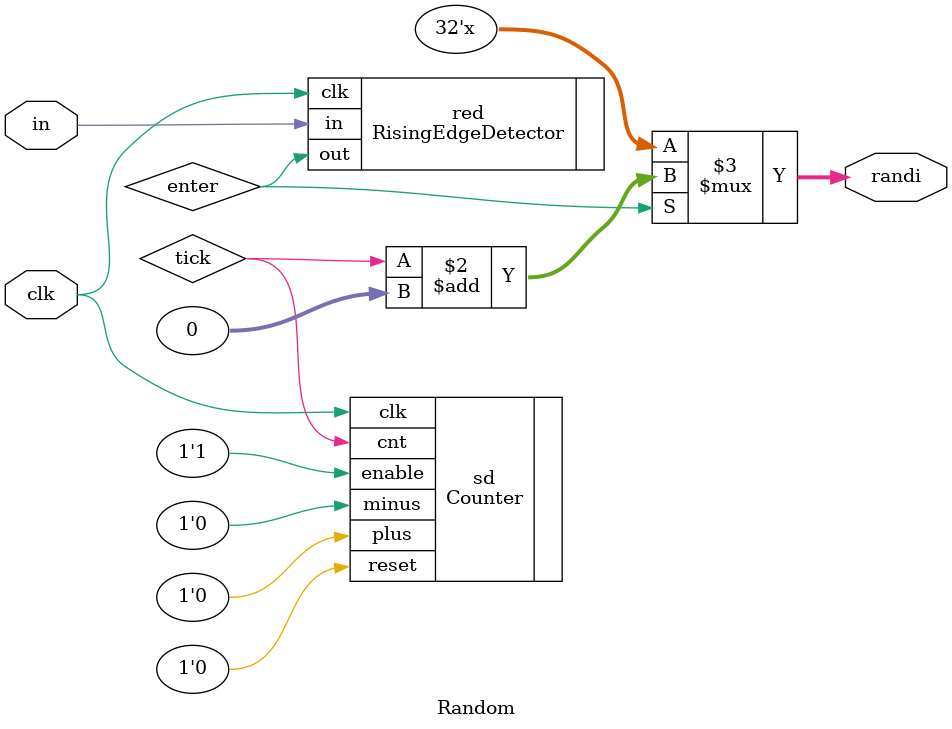
<source format=v>
module Random #(parameter MIN = 0, MAX = 1)(input clk, input in, output reg [31: 0] randi);

	localparam RW = $clog2(MAX - MIN + 1);
	wire [RW - 1: 0] tick;
	
	wire enter;
	
	RisingEdgeDetector red (. clk(clk), .in(in) , .out(enter));
	
	Counter #(.MAX(MAX - MIN), .WIDTH(RW), .UP(1'b1))
		sd(.clk(clk), .enable(1'b1), .reset(1'b0), .plus(1'b0), .minus(1'b0), .cnt(tick));
		
	always @(*)
		randi = enter ? (tick + MIN) : randi;
	
endmodule
</source>
